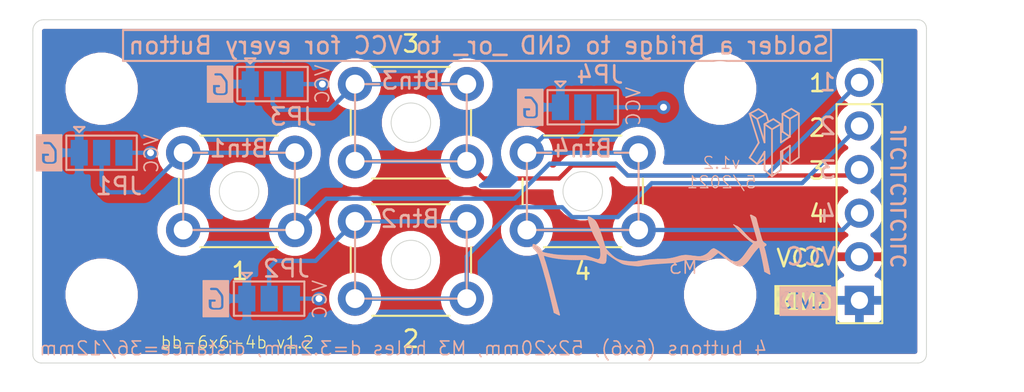
<source format=kicad_pcb>
(kicad_pcb (version 20171130) (host pcbnew 5.1.12-84ad8e8a86~92~ubuntu18.04.1)
  (title_block (title "Button Board 6x6mm 3 Buttons") (date 2021-05-02) (rev v1r1) (company Zytzeiche))
  (layers (0 F.Cu jumper hide) (31 B.Cu signal) (34 B.Paste user) (35 F.Paste user hide) (36 B.SilkS user) (37 F.SilkS user hide) (38 B.Mask user) (39 F.Mask user hide) (44 Edge.Cuts user))
  (net 0 "")
  (net 1 GND)
  (net 2 "Net-(J1-Pad3)")
  (net 3 VCC)
  (net 4 "Net-(J1-Pad4)")
  (net 5 "Net-(J1-Pad2)")
  (net 6 "Net-(JP1-Pad2)")
  (net 7 "Net-(JP2-Pad2)")
  (net 8 "Net-(JP3-Pad2)")
  (net 9 "Net-(JP4-Pad2)")
  (net 10 "Net-(J1-Pad1)")
  (module user-footprints:SYM_HK_SilkScreen_Back (layer F.Cu) (at 79.68996 39.21506)
    (fp_text reference REF** hide)
    (fp_text value SYM_HK_SilkScreen_Back hide)
  )
  (module user-footprints:Sig_Keltenberg-B.SilkS (layer F.Cu) (at 73.1393 43.1673)
    (fp_text reference REF** hide)
    (fp_text value Sig_Keltenberg-B.SilkS hide)
  )
  (module Jumper:SolderJumper-3_P1.3mm_Open_Pad1.0x1.5mm (layer B.Cu) (at 68.5 37.1)
    (fp_text reference JP4 (at 1 -1.9) (layer B.SilkS) (effects (justify mirror)))
    (fp_text value Jumper_3_Open)
    (pad 1 smd rect (at -1.3 0) (size 1 1.5) (layers B.Cu B.Mask) (net 1 GND))
    (pad 2 smd rect (at 0 0) (size 1 1.5) (layers B.Cu B.Mask) (net 9 "Net-(JP4-Pad2)"))
    (pad 3 smd rect (at 1.3 0) (size 1 1.5) (layers B.Cu B.Mask) (net 3 VCC))
  )
  (module Jumper:SolderJumper-3_P1.3mm_Open_Pad1.0x1.5mm (layer B.Cu) (at 50.45 35.75)
    (fp_text reference JP3 (at 1.2 1.9) (layer B.SilkS) (effects (justify mirror)))
    (fp_text value Jumper_3_Open)
    (pad 1 smd rect (at -1.3 0) (size 1 1.5) (layers B.Cu B.Mask) (net 1 GND))
    (pad 2 smd rect (at 0 0) (size 1 1.5) (layers B.Cu B.Mask) (net 8 "Net-(JP3-Pad2)"))
    (pad 3 smd rect (at 1.3 0) (size 1 1.5) (layers B.Cu B.Mask) (net 3 VCC))
  )
  (module Jumper:SolderJumper-3_P1.3mm_Open_Pad1.0x1.5mm (layer B.Cu) (at 50.25 48.25)
    (fp_text reference JP2 (at 1 -1.75) (layer B.SilkS) (effects (justify mirror)))
    (fp_text value Jumper_3_Open)
    (pad 1 smd rect (at -1.3 0) (size 1 1.5) (layers B.Cu B.Mask) (net 1 GND))
    (pad 2 smd rect (at 0 0) (size 1 1.5) (layers B.Cu B.Mask) (net 7 "Net-(JP2-Pad2)"))
    (pad 3 smd rect (at 1.3 0) (size 1 1.5) (layers B.Cu B.Mask) (net 3 VCC))
  )
  (module Jumper:SolderJumper-3_P1.3mm_Open_Pad1.0x1.5mm (layer B.Cu) (at 40.5 39.75)
    (fp_text reference JP1 (at 1 1.95) (layer B.SilkS) (effects (justify mirror)))
    (fp_text value Jumper_3_Open)
    (pad 1 smd rect (at -1.3 0) (size 1 1.5) (layers B.Cu B.Mask) (net 1 GND))
    (pad 2 smd rect (at 0 0) (size 1 1.5) (layers B.Cu B.Mask) (net 6 "Net-(JP1-Pad2)"))
    (pad 3 smd rect (at 1.3 0) (size 1 1.5) (layers B.Cu B.Mask) (net 3 VCC))
  )
  (module Connector_PinSocket_2.54mm:PinSocket_1x06_P2.54mm_Vertical (layer F.Cu) (at 84.6 35.65)
    (fp_text reference J1 hide)
    (fp_text value Conn_01x06_Male)
    (pad 6 thru_hole rect (at 0 12.7) (size 1.7 1.7) (drill 1) (layers *.Cu *.Mask) (net 1 GND))
    (pad 5 thru_hole oval (at 0 10.16) (size 1.7 1.7) (drill 1) (layers *.Cu *.Mask) (net 3 VCC))
    (pad 4 thru_hole oval (at 0 7.62) (size 1.7 1.7) (drill 1) (layers *.Cu *.Mask) (net 4 "Net-(J1-Pad4)"))
    (pad 3 thru_hole oval (at 0 5.08) (size 1.7 1.7) (drill 1) (layers *.Cu *.Mask) (net 2 "Net-(J1-Pad3)"))
    (pad 2 thru_hole oval (at 0 2.54) (size 1.7 1.7) (drill 1) (layers *.Cu *.Mask) (net 5 "Net-(J1-Pad2)"))
    (pad 1 thru_hole circle (at 0 0) (size 1.7 1.7) (drill 1) (layers *.Cu *.Mask) (net 10 "Net-(J1-Pad1)"))
  )
  (module zytzeiche:SYM_G_SilkScreen_Front (layer B.Cu) (at 47.4 35.8 180)
    (fp_text reference REF** hide)
    (fp_text value SYM_G_SilkScreen_Front hide)
  )
  (module zytzeiche:SYM_G_SilkScreen_Front (layer B.Cu) (at 47.15 48.3 180)
    (fp_text reference REF** hide)
    (fp_text value SYM_G_SilkScreen_Front hide)
  )
  (module MountingHole:MountingHole_3.2mm_M3 (layer F.Cu) (at 76.49718 48.01668)
    (fp_text reference H8 hide)
    (fp_text value MountingHole hide)
    (pad 1 np_thru_hole circle (at 0 0) (size 3.2 3.2) (drill 3.2) (layers *.Cu *.Mask))
  )
  (module MountingHole:MountingHole_3.2mm_M3 (layer F.Cu) (at 40.50538 48.01668)
    (fp_text reference H7 hide)
    (fp_text value MountingHole hide)
    (pad 1 np_thru_hole circle (at 0 0) (size 3.2 3.2) (drill 3.2) (layers *.Cu *.Mask))
  )
  (module Button_Switch_THT:SW_PUSH_6mm_H7.3mm (layer F.Cu) (at 65.25 39.75)
    (fp_text reference SW4 hide)
    (fp_text value SW_Push hide)
    (pad 1 thru_hole circle (at 6.5 0 90) (size 2 2) (drill 1.1) (layers *.Cu *.Mask) (net 9 "Net-(JP4-Pad2)"))
    (pad 2 thru_hole circle (at 6.5 4.5 90) (size 2 2) (drill 1.1) (layers *.Cu *.Mask) (net 4 "Net-(J1-Pad4)"))
    (pad 1 thru_hole circle (at 0 0 90) (size 2 2) (drill 1.1) (layers *.Cu *.Mask) (net 9 "Net-(JP4-Pad2)"))
    (pad 2 thru_hole circle (at 0 4.5 90) (size 2 2) (drill 1.1) (layers *.Cu *.Mask) (net 4 "Net-(J1-Pad4)"))
  )
  (module MountingHole:MountingHole_2.2mm_M2 (layer F.Cu) (at 58.5 38)
    (fp_text reference H6 hide)
    (fp_text value MountingHole hide)
    (pad 1 np_thru_hole circle (at 0 0) (size 2.2 2.2) (drill 2.2) (layers *.Cu *.Mask))
  )
  (module Button_Switch_THT:SW_PUSH_6mm_H7.3mm (layer F.Cu) (at 55.25 35.75)
    (fp_text reference SW3)
    (fp_text value SW_Push hide)
    (pad 1 thru_hole circle (at 6.5 0 90) (size 2 2) (drill 1.1) (layers *.Cu *.Mask) (net 8 "Net-(JP3-Pad2)"))
    (pad 2 thru_hole circle (at 6.5 4.5 90) (size 2 2) (drill 1.1) (layers *.Cu *.Mask) (net 2 "Net-(J1-Pad3)"))
    (pad 1 thru_hole circle (at 0 0 90) (size 2 2) (drill 1.1) (layers *.Cu *.Mask) (net 8 "Net-(JP3-Pad2)"))
    (pad 2 thru_hole circle (at 0 4.5 90) (size 2 2) (drill 1.1) (layers *.Cu *.Mask) (net 2 "Net-(J1-Pad3)"))
  )
  (module Button_Switch_THT:SW_PUSH_6mm_H7.3mm (layer F.Cu) (at 55.25 43.75)
    (fp_text reference SW2 hide)
    (fp_text value SW_Push hide)
    (pad 1 thru_hole circle (at 6.5 0 90) (size 2 2) (drill 1.1) (layers *.Cu *.Mask) (net 7 "Net-(JP2-Pad2)"))
    (pad 2 thru_hole circle (at 6.5 4.5 90) (size 2 2) (drill 1.1) (layers *.Cu *.Mask) (net 5 "Net-(J1-Pad2)"))
    (pad 1 thru_hole circle (at 0 0 90) (size 2 2) (drill 1.1) (layers *.Cu *.Mask) (net 7 "Net-(JP2-Pad2)"))
    (pad 2 thru_hole circle (at 0 4.5 90) (size 2 2) (drill 1.1) (layers *.Cu *.Mask) (net 5 "Net-(J1-Pad2)"))
  )
  (module zytzeiche:SYM_GND_0.8mm_SilkScreen_Front (layer F.Cu) (at 81.25 48.35)
    (fp_text reference REF** hide)
    (fp_text value SYM_GND_0.8mm_SilkScreen_Front hide)
  )
  (module zytzeiche:SYM_GND_0.8mm_SilkScreen_Back (layer F.Cu) (at 81.55 48.35)
    (fp_text reference REF** hide)
    (fp_text value SYM_GND_0.8mm_SilkScreen_Back hide)
  )
  (module zytzeiche:SYM_G_SilkScreen_Front (layer B.Cu) (at 37.45 39.8 180)
    (fp_text reference REF** hide)
    (fp_text value SYM_G_SilkScreen_Front hide)
  )
  (module zytzeiche:SYM_G_SilkScreen_Front (layer B.Cu) (at 65.45 37.15 180)
    (fp_text reference REF** hide)
    (fp_text value SYM_G_SilkScreen_Front hide)
  )
  (module MountingHole:MountingHole_2.2mm_M2 (layer F.Cu) (at 68.5 42)
    (fp_text reference H4 hide)
    (fp_text value MountingHole hide)
    (pad 1 np_thru_hole circle (at 0 0) (size 2.2 2.2) (drill 2.2) (layers *.Cu *.Mask))
  )
  (module MountingHole:MountingHole_2.2mm_M2 (layer F.Cu) (at 58.5 46)
    (fp_text reference H3 hide)
    (fp_text value MountingHole hide)
    (pad 1 np_thru_hole circle (at 0 0) (size 2.2 2.2) (drill 2.2) (layers *.Cu *.Mask))
  )
  (module MountingHole:MountingHole_2.2mm_M2 (layer F.Cu) (at 48.5 42)
    (fp_text reference H2 hide)
    (fp_text value MountingHole hide)
    (pad 1 np_thru_hole circle (at 0 0) (size 2.2 2.2) (drill 2.2) (layers *.Cu *.Mask))
  )
  (module MountingHole:MountingHole_3.2mm_M3 (layer F.Cu) (at 76.49718 36.01668)
    (fp_text reference H5 hide)
    (fp_text value MountingHole hide)
    (pad "" np_thru_hole circle (at 0 0) (size 3.2 3.2) (drill 3.2) (layers *.Cu *.Mask))
  )
  (module MountingHole:MountingHole_3.2mm_M3 (layer F.Cu) (at 40.50538 36.01668)
    (fp_text reference H1 hide)
    (fp_text value MountingHole hide)
    (pad 1 np_thru_hole circle (at 0 0) (size 3.2 3.2) (drill 3.2) (layers *.Cu *.Mask))
  )
  (module Button_Switch_THT:SW_PUSH_6mm_H7.3mm (layer F.Cu) (at 45.25 39.75)
    (fp_text reference SW1 hide)
    (fp_text value SW_Push hide)
    (pad 1 thru_hole circle (at 6.5 0 90) (size 2 2) (drill 1.1) (layers *.Cu *.Mask) (net 6 "Net-(JP1-Pad2)"))
    (pad 2 thru_hole circle (at 6.5 4.5 90) (size 2 2) (drill 1.1) (layers *.Cu *.Mask) (net 10 "Net-(J1-Pad1)"))
    (pad 1 thru_hole circle (at 0 0 90) (size 2 2) (drill 1.1) (layers *.Cu *.Mask) (net 6 "Net-(JP1-Pad2)"))
    (pad 2 thru_hole circle (at 0 4.5 90) (size 2 2) (drill 1.1) (layers *.Cu *.Mask) (net 10 "Net-(J1-Pad1)"))
  )
  (gr_text JLCJLCJLCJLC (at 86.9 42.3 90) (layer B.SilkS) (effects (font (size 0.81 0.81)) (justify mirror)))
  (gr_line (start 65.25 39.75) (end 66.65 39.75) (layer B.SilkS) (width 0.12))
  (gr_line (start 71.75 39.75) (end 70.35 39.75) (layer B.SilkS) (width 0.12))
  (gr_line (start 45.25 39.75) (end 46.65 39.75) (layer B.SilkS) (width 0.12))
  (gr_line (start 45.25 44.25) (end 45.25 39.75) (layer B.SilkS) (width 0.12))
  (gr_line (start 51.75 44.25) (end 45.25 44.25) (layer B.SilkS) (width 0.12))
  (gr_line (start 51.75 39.75) (end 51.75 44.25) (layer B.SilkS) (width 0.12))
  (gr_line (start 50.35 39.75) (end 51.75 39.75) (layer B.SilkS) (width 0.12))
  (gr_line (start 55.25 43.75) (end 56.65 43.75) (layer B.SilkS) (width 0.12))
  (gr_line (start 55.25 48.25) (end 55.25 43.75) (layer B.SilkS) (width 0.12))
  (gr_line (start 61.75 48.25) (end 55.25 48.25) (layer B.SilkS) (width 0.12))
  (gr_line (start 61.75 43.75) (end 61.75 48.25) (layer B.SilkS) (width 0.12))
  (gr_line (start 60.3 43.75) (end 61.75 43.75) (layer B.SilkS) (width 0.12))
  (gr_line (start 55.25 35.75) (end 56.65 35.75) (layer B.SilkS) (width 0.12))
  (gr_line (start 55.25 40.25) (end 55.25 35.75) (layer B.SilkS) (width 0.12))
  (gr_line (start 61.75 40.25) (end 55.25 40.25) (layer B.SilkS) (width 0.12))
  (gr_line (start 61.75 35.75) (end 61.75 40.25) (layer B.SilkS) (width 0.12))
  (gr_line (start 60.35 35.75) (end 61.75 35.75) (layer B.SilkS) (width 0.12))
  (gr_line (start 65.25 44.25) (end 65.25 39.75) (layer B.SilkS) (width 0.12))
  (gr_line (start 71.75 44.25) (end 65.25 44.25) (layer B.SilkS) (width 0.12))
  (gr_line (start 71.75 39.75) (end 71.75 44.25) (layer B.SilkS) (width 0.12))
  (gr_text M3 (at 74.35 46.4) (layer B.SilkS) (effects (font (size 0.8 0.8) (thickness 0.09)) (justify mirror)))
  (gr_text VCC (at 43.4 39.8 90) (layer B.SilkS) (effects (font (size 0.8 0.8) (thickness 0.09)) (justify mirror)))
  (gr_text VCC (at 71.45 37.05 90) (layer B.SilkS) (effects (font (size 0.8 0.8) (thickness 0.09)) (justify mirror)))
  (gr_text VCC (at 53.35 35.75 90) (layer B.SilkS) (effects (font (size 0.8 0.8) (thickness 0.09)) (justify mirror)))
  (gr_text VCC (at 53.2 48.3 90) (layer B.SilkS) (effects (font (size 0.8 0.8) (thickness 0.09)) (justify mirror)))
  (gr_text VCC (at 81.797619 45.8) (layer B.SilkS) (effects (font (size 1 1)) (justify mirror)))
  (gr_text 4 (at 82.75 43.3) (layer B.SilkS) (effects (font (size 1 1)) (justify mirror)))
  (gr_text 3 (at 82.75 40.75) (layer B.SilkS) (effects (font (size 1 1)) (justify mirror)))
  (gr_text 2 (at 82.75 38.2) (layer B.SilkS) (effects (font (size 1 1)) (justify mirror)))
  (gr_text 1 (at 82.75 35.65) (layer B.SilkS) (effects (font (size 1 1)) (justify mirror)))
  (gr_text "v1.2\n5/2021" (at 76.581 40.90416) (layer B.SilkS) (effects (font (size 0.7 0.7) (thickness 0.07)) (justify mirror)))
  (gr_text Btn2 (at 58.45 43.6) (layer B.SilkS) (effects (font (size 1 1)) (justify mirror)))
  (gr_text Btn3 (at 58.5 35.55) (layer B.SilkS) (effects (font (size 1 1)) (justify mirror)))
  (gr_text 3 (at 58.5 33.4) (layer F.SilkS) (effects (font (size 1 1))))
  (gr_circle (center 58.5 38) (end 59.65 38) (layer Edge.Cuts) (width 0.05))
  (gr_line (start 82.95 32.6) (end 82.95 34.4) (layer B.SilkS) (width 0.12))
  (gr_line (start 41.75 32.6) (end 82.95 32.6) (layer B.SilkS) (width 0.12))
  (gr_line (start 41.75 34.4) (end 41.75 32.6) (layer B.SilkS) (width 0.12))
  (gr_line (start 82.95 34.4) (end 41.75 34.4) (layer B.SilkS) (width 0.12))
  (gr_text "Solder a Bridge to GND _or_ to VCC for every Button" (at 62.45 33.5) (layer B.SilkS) (effects (font (size 1 1)) (justify mirror)))
  (gr_text 4 (at 82.152381 43.3) (layer F.SilkS) (effects (font (size 1 1))))
  (gr_text VCC (at 81.2 45.9) (layer F.SilkS) (effects (font (size 1 1))))
  (gr_text "bb-6x6-4b v1.2" (at 48.4 50.8) (layer F.SilkS) (effects (font (size 0.7 0.7) (thickness 0.07))))
  (gr_text Btn1 (at 48.5 39.5) (layer B.SilkS) (effects (font (size 1 1)) (justify mirror)))
  (gr_text Btn4 (at 68.5 39.5) (layer B.SilkS) (effects (font (size 1 1)) (justify mirror)))
  (gr_text 1 (at 48.55 46.65) (layer F.SilkS) (effects (font (size 1 1))))
  (gr_text 2 (at 58.5 50.6) (layer F.SilkS) (effects (font (size 1 1))))
  (gr_text 4 (at 68.5 46.65) (layer F.SilkS) (effects (font (size 1 1))))
  (gr_text 3 (at 82.152381 40.8) (layer F.SilkS) (effects (font (size 1 1))))
  (gr_text 2 (at 82.152381 38.3) (layer F.SilkS) (effects (font (size 1 1))))
  (gr_text 1 (at 82.152381 35.7) (layer F.SilkS) (effects (font (size 1 1))))
  (gr_text "4 buttons (6x6), 52x20mm, M3 holes d=3.2mm, distance=36/12mm" (at 58.05 51.15) (layer B.SilkS) (effects (font (size 0.8 0.8) (thickness 0.09)) (justify mirror)))
  (gr_circle (center 68.5 42) (end 69.65 42) (layer Edge.Cuts) (width 0.05))
  (gr_circle (center 58.5 46) (end 59.65 46) (layer Edge.Cuts) (width 0.05))
  (gr_circle (center 48.5 42) (end 49.65 42) (layer Edge.Cuts) (width 0.05))
  (gr_arc (start 37 51.5) (end 36.5 51.5) (angle -90) (layer Edge.Cuts) (width 0.05))
  (gr_arc (start 88 51.5) (end 88 52) (angle -90) (layer Edge.Cuts) (width 0.05))
  (gr_arc (start 88 32.5) (end 88.5 32.5) (angle -90) (layer Edge.Cuts) (width 0.05))
  (gr_arc (start 37.135 32.635) (end 37.135 32) (angle -90) (layer Edge.Cuts) (width 0.05))
  (gr_line (start 37.135 32) (end 88 32) (layer Edge.Cuts) (width 0.05))
  (gr_line (start 88.5 32.5) (end 88.5 51.5) (layer Edge.Cuts) (width 0.05))
  (gr_line (start 37 52) (end 88 52) (layer Edge.Cuts) (width 0.05))
  (gr_line (start 36.5 32.635) (end 36.5 51.5) (layer Edge.Cuts) (width 0.05))
  (segment (start 55.25 40.25) (end 61.75 40.25) (width 0.25) (layer B.Cu) (net 2))
  (segment (start 84.254999 41.075001) (end 84.6 40.73) (width 0.25) (layer F.Cu) (net 2))
  (segment (start 71.113999 41.075001) (end 84.254999 41.075001) (width 0.25) (layer F.Cu) (net 2))
  (segment (start 70.532803 40.493805) (end 71.113999 41.075001) (width 0.25) (layer F.Cu) (net 2))
  (segment (start 67.877715 40.493805) (end 70.532803 40.493805) (width 0.25) (layer F.Cu) (net 2))
  (segment (start 67.121521 41.249999) (end 67.877715 40.493805) (width 0.25) (layer F.Cu) (net 2))
  (segment (start 62.749999 41.249999) (end 67.121521 41.249999) (width 0.25) (layer F.Cu) (net 2))
  (segment (start 61.75 40.25) (end 62.749999 41.249999) (width 0.25) (layer F.Cu) (net 2))
  (segment (start 69.8 37.1) (end 73.2 37.1) (width 0.25) (layer B.Cu) (net 3))
  (segment (start 73.2 37.1) (end 73.3 37.1) (width 0.25) (layer B.Cu) (net 3))
  (via (at 73.2 37.1) (size 0.8) (drill 0.4) (layers F.Cu B.Cu) (net 3))
  (segment (start 51.75 35.75) (end 53.35 35.75) (width 0.25) (layer B.Cu) (net 3))
  (segment (start 53.35 35.75) (end 53.35 35.75) (width 0.25) (layer B.Cu) (net 3))
  (via (at 53.35 35.75) (size 0.8) (drill 0.4) (layers F.Cu B.Cu) (net 3))
  (segment (start 41.8 39.75) (end 43.35 39.75) (width 0.25) (layer B.Cu) (net 3))
  (segment (start 51.55 48.25) (end 53.15 48.25) (width 0.25) (layer B.Cu) (net 3))
  (segment (start 53.15 48.25) (end 53.15 48.25) (width 0.25) (layer B.Cu) (net 3))
  (via (at 53.15 48.25) (size 0.8) (drill 0.4) (layers F.Cu B.Cu) (net 3))
  (segment (start 43.35 39.75) (end 43.35 39.75) (width 0.25) (layer B.Cu) (net 3))
  (via (at 43.35 39.75) (size 0.8) (drill 0.4) (layers F.Cu B.Cu) (net 3))
  (segment (start 83.62 44.25) (end 84.6 43.27) (width 0.25) (layer B.Cu) (net 4))
  (segment (start 71.75 44.25) (end 83.62 44.25) (width 0.25) (layer B.Cu) (net 4))
  (segment (start 65.25 44.25) (end 71.75 44.25) (width 0.25) (layer B.Cu) (net 4))
  (segment (start 55.25 48.25) (end 61.75 48.25) (width 0.25) (layer B.Cu) (net 5))
  (segment (start 81.264989 41.525011) (end 84.6 38.19) (width 0.25) (layer B.Cu) (net 5))
  (segment (start 72.513987 41.525011) (end 81.264989 41.525011) (width 0.25) (layer B.Cu) (net 5))
  (segment (start 67.875807 43.501978) (end 70.53702 43.501978) (width 0.25) (layer B.Cu) (net 5))
  (segment (start 67.298828 42.924999) (end 67.875807 43.501978) (width 0.25) (layer B.Cu) (net 5))
  (segment (start 64.613999 42.924999) (end 67.298828 42.924999) (width 0.25) (layer B.Cu) (net 5))
  (segment (start 70.53702 43.501978) (end 72.513987 41.525011) (width 0.25) (layer B.Cu) (net 5))
  (segment (start 61.75 45.788998) (end 64.613999 42.924999) (width 0.25) (layer B.Cu) (net 5))
  (segment (start 61.75 48.25) (end 61.75 45.788998) (width 0.25) (layer B.Cu) (net 5))
  (segment (start 51.75 39.75) (end 45.25 39.75) (width 0.25) (layer B.Cu) (net 6))
  (segment (start 45.25 39.75) (end 42.95 42.05) (width 0.25) (layer B.Cu) (net 6))
  (segment (start 42.95 42.05) (end 40.95 42.05) (width 0.25) (layer B.Cu) (net 6))
  (segment (start 40.5 41.6) (end 40.5 39.75) (width 0.25) (layer B.Cu) (net 6))
  (segment (start 40.95 42.05) (end 40.5 41.6) (width 0.25) (layer B.Cu) (net 6))
  (segment (start 61.75 43.75) (end 55.25 43.75) (width 0.25) (layer B.Cu) (net 7))
  (segment (start 55.25 43.75) (end 52.95 46.05) (width 0.25) (layer B.Cu) (net 7))
  (segment (start 52.95 46.05) (end 50.65 46.05) (width 0.25) (layer B.Cu) (net 7))
  (segment (start 50.25 46.45) (end 50.25 48.25) (width 0.25) (layer B.Cu) (net 7))
  (segment (start 50.65 46.05) (end 50.25 46.45) (width 0.25) (layer B.Cu) (net 7))
  (segment (start 61.75 35.75) (end 55.25 35.75) (width 0.25) (layer B.Cu) (net 8))
  (segment (start 55.25 35.75) (end 53.75 37.25) (width 0.25) (layer B.Cu) (net 8))
  (segment (start 53.75 37.25) (end 50.8 37.25) (width 0.25) (layer B.Cu) (net 8))
  (segment (start 50.45 36.9) (end 50.45 35.75) (width 0.25) (layer B.Cu) (net 8))
  (segment (start 50.8 37.25) (end 50.45 36.9) (width 0.25) (layer B.Cu) (net 8))
  (segment (start 71.75 39.75) (end 65.25 39.75) (width 0.25) (layer B.Cu) (net 9))
  (segment (start 68.5 38.5) (end 68.5 37.1) (width 0.25) (layer B.Cu) (net 9))
  (segment (start 68.2 38.8) (end 68.5 38.5) (width 0.25) (layer B.Cu) (net 9))
  (segment (start 65.25 39.75) (end 66.2 38.8) (width 0.25) (layer B.Cu) (net 9))
  (segment (start 66.2 38.8) (end 68.2 38.8) (width 0.25) (layer B.Cu) (net 9))
  (segment (start 79.174999 41.075001) (end 84.6 35.65) (width 0.25) (layer B.Cu) (net 10))
  (segment (start 71.113999 41.075001) (end 79.174999 41.075001) (width 0.25) (layer B.Cu) (net 10))
  (segment (start 70.424999 40.386001) (end 71.113999 41.075001) (width 0.25) (layer B.Cu) (net 10))
  (segment (start 66.575001 40.386001) (end 70.424999 40.386001) (width 0.25) (layer B.Cu) (net 10))
  (segment (start 64.536003 42.424999) (end 66.575001 40.386001) (width 0.25) (layer B.Cu) (net 10))
  (segment (start 53.575001 42.424999) (end 64.536003 42.424999) (width 0.25) (layer B.Cu) (net 10))
  (segment (start 51.75 44.25) (end 53.575001 42.424999) (width 0.25) (layer B.Cu) (net 10))
  (segment (start 51.75 44.25) (end 45.25 44.25) (width 0.25) (layer B.Cu) (net 10))
  (zone (net 1) (net_name GND) (layer B.Cu) (connect_pads (clearance 0.508)) (min_thickness 0.254) (fill yes (arc_segments 32) (thermal_gap 0.508) (thermal_bridge_width 0.508))
    (polygon (pts (xy 93.95 53.7) (xy 35.75 53.7) (xy 36 30.85) (xy 94.2 30.85)))
  )
  (zone (net 3) (net_name VCC) (layer F.Cu) (connect_pads (clearance 0.508)) (min_thickness 0.254) (fill yes (arc_segments 32) (thermal_gap 0.508) (thermal_bridge_width 0.508))
    (polygon (pts (xy 89.4 53.05) (xy 33.7 53.05) (xy 33.65 31.5) (xy 89.45 31.65)))
  )
)
</source>
